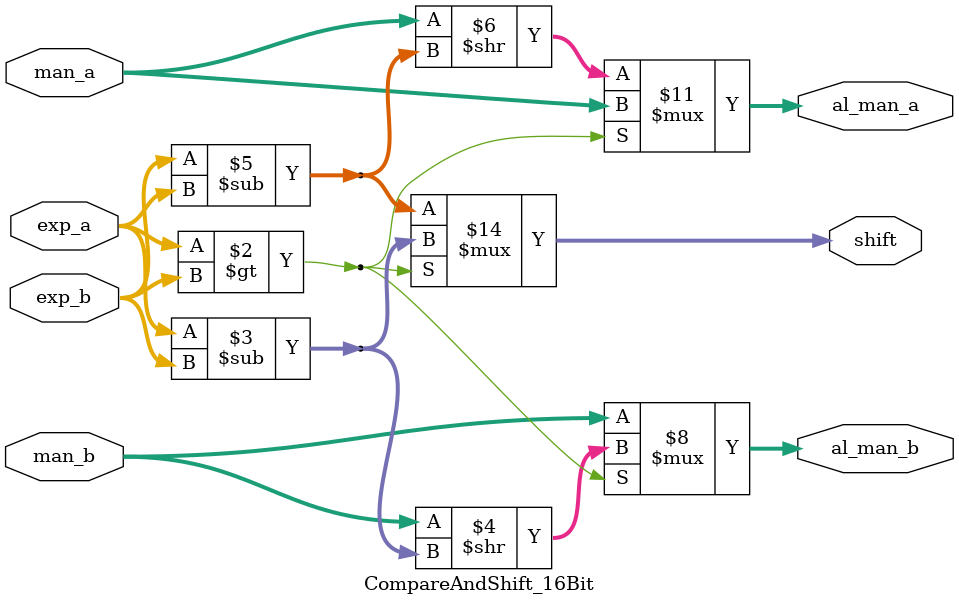
<source format=v>
`timescale 1ns / 1ps

module CompareAndShift_16Bit (
    input [4:0] exp_a,
    input [4:0] exp_b,
    input [10:0] man_a,
    input [10:0] man_b,

    output reg [10:0] al_man_a,
    output reg [10:0] al_man_b,
    output reg [4:0] shift
);

    always @(*) begin
        if (exp_a > exp_b) begin
            shift = exp_a - exp_b;
            al_man_a = man_a;
            al_man_b = man_b >> shift;
        end else begin
            shift = exp_b - exp_a;
            al_man_a = man_a >> shift;
            al_man_b = man_b;
        end
    end

endmodule

</source>
